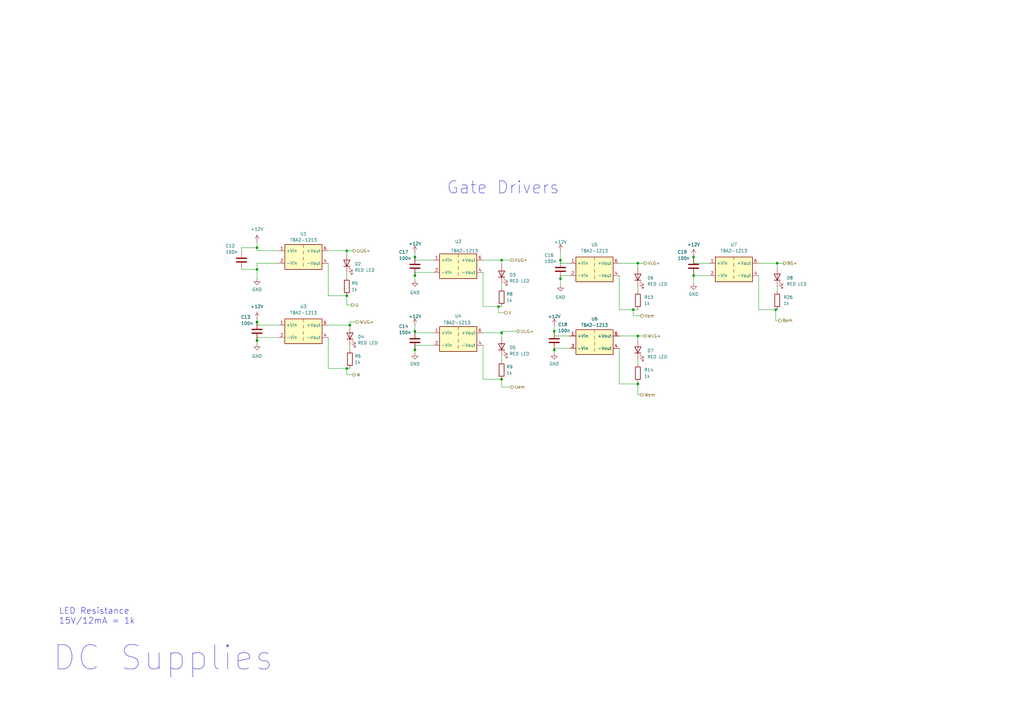
<source format=kicad_sch>
(kicad_sch (version 20231120) (generator "eeschema") (generator_version "8.0")
  (paper "A3")
  (title_block (title "GAVIM V4 TEST 137") (date "2024-06-25") (rev "00.00") (company "Nidec Drives"))
  (lib_symbols
    (symbol "Converter_DCDC:TBA2-1213"
      (property "Reference" "U" (at -6.35 6.35 0))
      (property "Value" "TBA2-1213" (at 2.54 6.35 0))
      (symbol "TBA2-1213_0_1"
        (rectangle (start -7.62 5.08) (end 7.62 -5.08) (stroke (width 0.254)) (fill (type background)))
        (polyline (pts (xy 0 -2.54) (xy 0 -3.81)))
        (polyline (pts (xy 0 0) (xy 0 -1.27)))
        (polyline (pts (xy 0 2.54) (xy 0 1.27)))
        (polyline (pts (xy 0 5.08) (xy 0 3.81)))
      )
      (symbol "TBA2-1213_1_1"
        (pin power_in line (at -10.16 2.54 0) (length 2.54) (name "+Vin") (number "1"))
        (pin power_in line (at -10.16 -2.54 0) (length 2.54) (name "-Vin") (number "2"))
        (pin power_out line (at 10.16 -2.54 180) (length 2.54) (name "-Vout") (number "4"))
        (pin power_out line (at 10.16 2.54 180) (length 2.54) (name "+Vout") (number "6"))
      )
    )
    (symbol "Device:C" (pin_numbers hide) (pin_names (offset 0.254))
      (property "Reference" "C" (at 0.635 2.54 0))
      (property "Value" "C" (at 0.635 -2.54 0))
      (symbol "C_0_1"
        (polyline (pts (xy -2.032 -0.762) (xy 2.032 -0.762)) (stroke (width 0.508)))
        (polyline (pts (xy -2.032 0.762) (xy 2.032 0.762)) (stroke (width 0.508)))
      )
      (symbol "C_1_1"
        (pin passive line (at 0 3.81 270) (length 2.794) (name "~") (number "1"))
        (pin passive line (at 0 -3.81 90) (length 2.794) (name "~") (number "2"))
      )
    )
    (symbol "Device:LED" (pin_numbers hide) (pin_names (offset 1.016) hide)
      (property "Reference" "D" (at 0 2.54 0))
      (property "Value" "LED" (at 0 -2.54 0))
      (symbol "LED_0_1"
        (polyline (pts (xy -1.27 -1.27) (xy -1.27 1.27)) (stroke (width 0.254)))
        (polyline (pts (xy -1.27 0) (xy 1.27 0)))
        (polyline (pts (xy 1.27 -1.27) (xy 1.27 1.27) (xy -1.27 0) (xy 1.27 -1.27)) (stroke (width 0.254)))
        (polyline (pts (xy -3.048 -0.762) (xy -4.572 -2.286) (xy -3.81 -2.286) (xy -4.572 -2.286) (xy -4.572 -1.524)))
        (polyline (pts (xy -1.778 -0.762) (xy -3.302 -2.286) (xy -2.54 -2.286) (xy -3.302 -2.286) (xy -3.302 -1.524)))
      )
      (symbol "LED_1_1"
        (pin passive line (at -3.81 0 0) (length 2.54) (name "K") (number "1"))
        (pin passive line (at 3.81 0 180) (length 2.54) (name "A") (number "2"))
      )
    )
    (symbol "Device:R" (pin_numbers hide) (pin_names (offset 0))
      (property "Reference" "R" (at 2.032 0 90))
      (property "Value" "R" (at 0 0 90))
      (symbol "R_0_1"
        (rectangle (start -1.016 -2.54) (end 1.016 2.54) (stroke (width 0.254)))
      )
      (symbol "R_1_1"
        (pin passive line (at 0 3.81 270) (length 1.27) (name "~") (number "1"))
        (pin passive line (at 0 -3.81 90) (length 1.27) (name "~") (number "2"))
      )
    )
    (symbol "power:+12V" (power) (pin_numbers hide) (pin_names (offset 0) hide)
      (property "Value" "+12V" (at 0 3.556 0))
      (symbol "+12V_0_1"
        (polyline (pts (xy -0.762 1.27) (xy 0 2.54)))
        (polyline (pts (xy 0 0) (xy 0 2.54)))
        (polyline (pts (xy 0 2.54) (xy 0.762 1.27)))
      )
      (symbol "+12V_1_1"
        (pin power_in line (at 0 0 90) (length 0) (name "~") (number "1"))
      )
    )
    (symbol "power:GND" (power) (pin_names (offset 0))
      (property "Value" "GND" (at 0 -3.81 0))
      (symbol "GND_0_1"
        (polyline (pts (xy 0 0) (xy 0 -1.27) (xy 1.27 -1.27) (xy 0 -2.54) (xy -1.27 -1.27) (xy 0 -1.27)))
      )
      (symbol "GND_1_1"
        (pin power_in line (at 0 0 270) (length 0) hide (name "GND") (number "1"))
      )
    )
  )
  (junction (at 261.62 107.95))
  (junction (at 170.18 135.89))
  (junction (at 284.48 105.41))
  (junction (at 105.41 101.6))
  (junction (at 105.41 139.7))
  (junction (at 142.24 102.87))
  (junction (at 205.74 106.68))
  (junction (at 105.41 110.49))
  (junction (at 227.33 135.89))
  (junction (at 170.18 143.51))
  (junction (at 205.74 155.575))
  (junction (at 170.18 113.03))
  (junction (at 259.715 127))
  (junction (at 227.33 143.51))
  (junction (at 170.18 105.41))
  (junction (at 205.74 136.525))
  (junction (at 318.77 107.95))
  (junction (at 261.62 157.48))
  (junction (at 204.47 125.73))
  (junction (at 143.51 133.35))
  (junction (at 229.87 114.3))
  (junction (at 284.48 113.03))
  (junction (at 142.24 121.285))
  (junction (at 105.41 132.08))
  (junction (at 142.24 151.13))
  (junction (at 261.62 137.795))
  (junction (at 318.135 127))
  (junction (at 229.87 106.68))
  (wire (pts (xy 229.87 106.68) (xy 229.87 102.87)))
  (wire (pts (xy 205.74 155.575) (xy 205.74 158.75)))
  (wire (pts (xy 318.77 127) (xy 318.135 127)))
  (wire (pts (xy 142.24 153.67) (xy 142.24 151.13)))
  (wire (pts (xy 177.8 106.68) (xy 170.18 106.68)))
  (wire (pts (xy 105.41 140.97) (xy 105.41 139.7)))
  (wire (pts (xy 143.51 133.35) (xy 143.51 132.08)))
  (wire (pts (xy 318.77 109.855) (xy 318.77 107.95)))
  (wire (pts (xy 105.41 99.06) (xy 105.41 101.6)))
  (wire (pts (xy 205.74 158.75) (xy 209.55 158.75)))
  (wire (pts (xy 105.41 102.87) (xy 114.3 102.87)))
  (wire (pts (xy 229.87 113.03) (xy 233.68 113.03)))
  (wire (pts (xy 318.77 119.38) (xy 318.77 117.475)))
  (wire (pts (xy 105.41 101.6) (xy 105.41 102.87)))
  (wire (pts (xy 143.51 143.51) (xy 143.51 141.605)))
  (wire (pts (xy 205.74 136.525) (xy 198.12 136.525)))
  (wire (pts (xy 227.33 142.875) (xy 233.68 142.875)))
  (wire (pts (xy 170.18 135.89) (xy 170.18 133.35)))
  (wire (pts (xy 205.74 135.89) (xy 205.74 136.525)))
  (wire (pts (xy 319.405 131.445) (xy 318.135 131.445)))
  (wire (pts (xy 254 157.48) (xy 261.62 157.48)))
  (wire (pts (xy 198.12 125.73) (xy 198.12 111.76)))
  (wire (pts (xy 229.87 116.84) (xy 229.87 114.3)))
  (wire (pts (xy 254 142.875) (xy 254 157.48)))
  (wire (pts (xy 261.62 157.48) (xy 261.62 161.925)))
  (wire (pts (xy 170.18 144.78) (xy 170.18 143.51)))
  (wire (pts (xy 261.62 127) (xy 259.715 127)))
  (wire (pts (xy 142.24 113.665) (xy 142.24 111.76)))
  (wire (pts (xy 259.715 127) (xy 254 127)))
  (wire (pts (xy 205.74 155.575) (xy 198.12 155.575)))
  (wire (pts (xy 170.18 143.51) (xy 170.18 141.605)))
  (wire (pts (xy 227.33 137.795) (xy 227.33 135.89)))
  (wire (pts (xy 261.62 139.7) (xy 261.62 137.795)))
  (wire (pts (xy 227.33 143.51) (xy 227.33 142.875)))
  (wire (pts (xy 284.48 107.95) (xy 284.48 105.41)))
  (wire (pts (xy 134.62 151.13) (xy 134.62 138.43)))
  (wire (pts (xy 204.47 125.73) (xy 198.12 125.73)))
  (wire (pts (xy 142.24 151.13) (xy 134.62 151.13)))
  (wire (pts (xy 233.68 137.795) (xy 227.33 137.795)))
  (wire (pts (xy 290.83 107.95) (xy 284.48 107.95)))
  (wire (pts (xy 105.41 107.95) (xy 114.3 107.95)))
  (wire (pts (xy 170.18 111.76) (xy 177.8 111.76)))
  (wire (pts (xy 284.48 116.205) (xy 284.48 113.03)))
  (wire (pts (xy 318.77 107.95) (xy 311.15 107.95)))
  (wire (pts (xy 318.135 127) (xy 311.15 127)))
  (wire (pts (xy 205.74 106.68) (xy 209.55 106.68)))
  (wire (pts (xy 170.18 141.605) (xy 177.8 141.605)))
  (wire (pts (xy 205.74 106.68) (xy 198.12 106.68)))
  (wire (pts (xy 142.24 104.14) (xy 142.24 102.87)))
  (wire (pts (xy 205.74 125.73) (xy 204.47 125.73)))
  (wire (pts (xy 105.41 138.43) (xy 114.3 138.43)))
  (wire (pts (xy 105.41 132.08) (xy 105.41 130.81)))
  (wire (pts (xy 227.33 135.89) (xy 227.33 133.35)))
  (wire (pts (xy 261.62 137.795) (xy 264.16 137.795)))
  (wire (pts (xy 205.74 147.955) (xy 205.74 146.05)))
  (wire (pts (xy 170.18 136.525) (xy 170.18 135.89)))
  (wire (pts (xy 261.62 119.38) (xy 261.62 117.475)))
  (wire (pts (xy 284.48 113.03) (xy 290.83 113.03)))
  (wire (pts (xy 144.145 125.095) (xy 142.24 125.095)))
  (wire (pts (xy 227.33 144.78) (xy 227.33 143.51)))
  (wire (pts (xy 261.62 149.225) (xy 261.62 147.32)))
  (wire (pts (xy 99.06 110.49) (xy 105.41 110.49)))
  (wire (pts (xy 204.47 128.27) (xy 207.01 128.27)))
  (wire (pts (xy 261.62 107.95) (xy 254 107.95)))
  (wire (pts (xy 261.62 137.795) (xy 254 137.795)))
  (wire (pts (xy 318.77 107.95) (xy 321.31 107.95)))
  (wire (pts (xy 205.74 118.11) (xy 205.74 116.205)))
  (wire (pts (xy 143.51 133.985) (xy 143.51 133.35)))
  (wire (pts (xy 170.18 105.41) (xy 170.18 103.505)))
  (wire (pts (xy 143.51 132.08) (xy 146.05 132.08)))
  (wire (pts (xy 142.24 102.87) (xy 134.62 102.87)))
  (wire (pts (xy 284.48 105.41) (xy 284.48 104.775)))
  (wire (pts (xy 198.12 155.575) (xy 198.12 141.605)))
  (wire (pts (xy 105.41 133.35) (xy 114.3 133.35)))
  (wire (pts (xy 142.24 102.87) (xy 144.78 102.87)))
  (wire (pts (xy 261.62 109.855) (xy 261.62 107.95)))
  (wire (pts (xy 170.18 106.68) (xy 170.18 105.41)))
  (wire (pts (xy 205.74 108.585) (xy 205.74 106.68)))
  (wire (pts (xy 311.15 127) (xy 311.15 113.03)))
  (wire (pts (xy 99.06 101.6) (xy 105.41 101.6)))
  (wire (pts (xy 262.89 161.925) (xy 261.62 161.925)))
  (wire (pts (xy 142.24 153.67) (xy 144.78 153.67)))
  (wire (pts (xy 229.87 114.3) (xy 229.87 113.03)))
  (wire (pts (xy 142.24 125.095) (xy 142.24 121.285)))
  (wire (pts (xy 259.715 129.54) (xy 262.89 129.54)))
  (wire (pts (xy 261.62 156.845) (xy 261.62 157.48)))
  (wire (pts (xy 318.135 131.445) (xy 318.135 127)))
  (wire (pts (xy 261.62 107.95) (xy 264.16 107.95)))
  (wire (pts (xy 259.715 129.54) (xy 259.715 127)))
  (wire (pts (xy 229.87 107.95) (xy 229.87 106.68)))
  (wire (pts (xy 142.24 121.285) (xy 134.62 121.285)))
  (wire (pts (xy 177.8 136.525) (xy 170.18 136.525)))
  (wire (pts (xy 105.41 133.35) (xy 105.41 132.08)))
  (wire (pts (xy 143.51 151.13) (xy 142.24 151.13)))
  (wire (pts (xy 105.41 107.95) (xy 105.41 110.49)))
  (wire (pts (xy 205.74 136.525) (xy 205.74 138.43)))
  (wire (pts (xy 233.68 107.95) (xy 229.87 107.95)))
  (wire (pts (xy 143.51 133.35) (xy 134.62 133.35)))
  (wire (pts (xy 105.41 139.7) (xy 105.41 138.43)))
  (wire (pts (xy 134.62 121.285) (xy 134.62 107.95)))
  (wire (pts (xy 170.18 114.935) (xy 170.18 113.03)))
  (wire (pts (xy 212.09 135.89) (xy 205.74 135.89)))
  (wire (pts (xy 105.41 114.3) (xy 105.41 110.49)))
  (wire (pts (xy 170.18 113.03) (xy 170.18 111.76)))
  (wire (pts (xy 254 127) (xy 254 113.03)))
  (wire (pts (xy 204.47 125.73) (xy 204.47 128.27)))
  (wire (pts (xy 99.06 101.6) (xy 99.06 102.87)))
  (text "LED Resistance\n15V/12mA = 1k" (at 24.13 252.73 0) (effects (font (size 2.5 2.5)) (justify left)))
  (text "Gate Drivers" (at 183.134 80.01 0) (effects (font (size 5 5)) (justify left bottom)))
  (text "DC Supplies" (at 21.336 275.844 0) (effects (font (size 10 10)) (justify left bottom)))
  (hierarchical_label "ULG+" (shape output) (at 212.09 135.89 0))
  (hierarchical_label "Bem" (shape output) (at 319.405 131.445 0))
  (hierarchical_label "V" (shape output) (at 207.01 128.27 0))
  (hierarchical_label "UUG+" (shape output) (at 144.78 102.87 0))
  (hierarchical_label "VLG+" (shape output) (at 264.16 107.95 0))
  (hierarchical_label "WLG+" (shape output) (at 264.16 137.795 0))
  (hierarchical_label "WUG+" (shape output) (at 146.05 132.08 0))
  (hierarchical_label "VUG+" (shape output) (at 209.55 106.68 0))
  (hierarchical_label "BG+" (shape output) (at 321.31 107.95 0))
  (hierarchical_label "Uem" (shape output) (at 209.55 158.75 0))
  (hierarchical_label "W" (shape output) (at 144.78 153.67 0))
  (hierarchical_label "U" (shape output) (at 144.145 125.095 0))
  (hierarchical_label "Wem" (shape output) (at 262.89 161.925 0))
  (hierarchical_label "Vem" (shape output) (at 262.89 129.54 0))
  (symbol (lib_id "power:+12V") (at 105.41 99.06 0) (unit 1)
    (property "Reference" "#PWR06" (effects (hide yes)))
    (property "Value" "+12V" (at 105.41 93.98 0))
    (property "Description" "Power symbol creates a global label with name \"+12V\"" (effects (hide yes)))
  )
  (symbol (lib_id "power:+12V") (at 105.41 130.81 0) (unit 1)
    (property "Reference" "#PWR08" (effects (hide yes)))
    (property "Value" "+12V" (at 105.41 125.73 0))
    (property "Description" "Power symbol creates a global label with name \"+12V\"" (effects (hide yes)))
  )
  (symbol (lib_id "Device:C") (at 284.48 109.22 0) (unit 1)
    (property "Reference" "C19" (at 277.876 103.378 0) (effects (justify left)))
    (property "Value" "100n" (at 277.876 105.918 0) (effects (justify left)))
    (property "Footprint" "Capacitor_SMD:C_0603_1608Metric_Pad1.08x0.95mm_HandSolder" (effects (hide yes)))
    (property "Description" "Unpolarized capacitor" (effects (hide yes)))
    (property "CT Part Number" "1425-6104" (effects (hide yes)))
  )
  (symbol (lib_id "Device:C") (at 227.33 139.7 0) (unit 1)
    (property "Reference" "C18" (at 228.854 133.096 0) (effects (justify left)))
    (property "Value" "100n" (at 228.854 135.636 0) (effects (justify left)))
    (property "Footprint" "Capacitor_SMD:C_0603_1608Metric_Pad1.08x0.95mm_HandSolder" (effects (hide yes)))
    (property "Description" "Unpolarized capacitor" (effects (hide yes)))
    (property "CT Part Number" "1425-6104" (effects (hide yes)))
  )
  (symbol (lib_id "Device:LED") (at 142.24 107.95 90) (unit 1)
    (property "Reference" "D2" (at 145.415 108.2675 90) (effects (justify right)))
    (property "Value" "RED LED" (at 145.415 110.8075 90) (effects (justify right)))
    (property "Footprint" "LED_THT:LED_D4.0mm" (effects (hide yes)))
    (property "CT Part Number" "N/A" (effects (hide yes)))
  )
  (symbol (lib_id "Device:C") (at 170.18 139.7 0) (unit 1)
    (property "Reference" "C14" (at 163.576 133.858 0) (effects (justify left)))
    (property "Value" "100n" (at 163.576 136.398 0) (effects (justify left)))
    (property "Footprint" "Capacitor_SMD:C_0603_1608Metric_Pad1.08x0.95mm_HandSolder" (effects (hide yes)))
    (property "Description" "Unpolarized capacitor" (effects (hide yes)))
    (property "CT Part Number" "1425-6104" (effects (hide yes)))
  )
  (symbol (lib_id "Converter_DCDC:TBA2-1213") (at 124.46 135.89 0) (unit 1)
    (property "Reference" "U3" (at 124.46 125.73 0))
    (property "Value" "TBA2-1213" (at 124.46 128.27 0))
    (property "Footprint" "Imported Parts:TBA21213" (effects (hide yes)))
    (property "Datasheet" "https://www.tracopower.com/products/tba2.pdf" (effects (hide yes)))
    (property "Description" "2W DC/DC converter unregulated, 10.8-13.2V input, 15V fixed output voltage, 130mA output, 1.5kVDC isolation, SIP-7" (effects (hide yes)))
    (property "CT Part Number" "3220-0530" (effects (hide yes)))
    (property "Link (Ext)" "https://www.mouser.co.uk/ProductDetail/TRACO-Power/TBA-2-1213?qs=byeeYqUIh0MnO2txlPZwMQ%3D%3D" (effects (hide yes)))
  )
  (symbol (lib_id "Device:LED") (at 143.51 137.795 90) (unit 1)
    (property "Reference" "D4" (at 146.685 138.1125 90) (effects (justify right)))
    (property "Value" "RED LED" (at 146.685 140.6525 90) (effects (justify right)))
    (property "Footprint" "LED_THT:LED_D4.0mm" (effects (hide yes)))
    (property "CT Part Number" "N/A" (effects (hide yes)))
  )
  (symbol (lib_id "Device:LED") (at 261.62 113.665 90) (unit 1)
    (property "Reference" "D6" (at 265.43 113.9825 90) (effects (justify right)))
    (property "Value" "RED LED" (at 265.43 116.5225 90) (effects (justify right)))
    (property "Footprint" "LED_THT:LED_D4.0mm" (effects (hide yes)))
    (property "CT Part Number" "N/A" (effects (hide yes)))
  )
  (symbol (lib_id "Device:C") (at 170.18 109.22 0) (unit 1)
    (property "Reference" "C17" (at 163.576 103.378 0) (effects (justify left)))
    (property "Value" "100n" (at 163.576 105.918 0) (effects (justify left)))
    (property "Footprint" "Capacitor_SMD:C_0603_1608Metric_Pad1.08x0.95mm_HandSolder" (effects (hide yes)))
    (property "Description" "Unpolarized capacitor" (effects (hide yes)))
    (property "CT Part Number" "1425-6104" (effects (hide yes)))
  )
  (symbol (lib_id "Converter_DCDC:TBA2-1213") (at 243.84 140.335 0) (unit 1)
    (property "Reference" "U6" (at 243.84 130.81 0))
    (property "Value" "TBA2-1213" (at 243.84 133.35 0))
    (property "Footprint" "Imported Parts:TBA21213" (effects (hide yes)))
    (property "Datasheet" "https://www.tracopower.com/products/tba2.pdf" (effects (hide yes)))
    (property "Description" "2W DC/DC converter unregulated, 10.8-13.2V input, 15V fixed output voltage, 130mA output, 1.5kVDC isolation, SIP-7" (effects (hide yes)))
    (property "CT Part Number" "3220-0530" (effects (hide yes)))
    (property "Link (Ext)" "https://www.mouser.co.uk/ProductDetail/TRACO-Power/TBA-2-1213?qs=byeeYqUIh0MnO2txlPZwMQ%3D%3D" (effects (hide yes)))
  )
  (symbol (lib_id "power:GND") (at 284.48 116.205 0) (unit 1)
    (property "Reference" "#PWR036" (effects (hide yes)))
    (property "Value" "GND" (at 284.48 120.65 0))
  )
  (symbol (lib_id "Device:R") (at 143.51 147.32 0) (unit 1)
    (property "Reference" "R6" (at 145.415 146.05 0) (effects (justify left)))
    (property "Value" "1k" (at 145.415 148.59 0) (effects (justify left)))
    (property "Footprint" "Resistor_SMD:R_0603_1608Metric_Pad0.98x0.95mm_HandSolder" (effects (hide yes)))
    (property "CT Part Number" "1127-4101" (effects (hide yes)))
  )
  (symbol (lib_id "Converter_DCDC:TBA2-1213") (at 187.96 109.22 0) (unit 1)
    (property "Reference" "U2" (at 187.96 99.06 0))
    (property "Value" "TBA2-1213" (at 190.5 102.87 0))
    (property "Footprint" "Imported Parts:TBA21213" (effects (hide yes)))
    (property "Datasheet" "https://www.tracopower.com/products/tba2.pdf" (effects (hide yes)))
    (property "Description" "2W DC/DC converter unregulated, 10.8-13.2V input, 15V fixed output voltage, 130mA output, 1.5kVDC isolation, SIP-7" (effects (hide yes)))
    (property "CT Part Number" "3220-0530" (effects (hide yes)))
    (property "Link (Ext)" "https://www.mouser.co.uk/ProductDetail/TRACO-Power/TBA-2-1213?qs=byeeYqUIh0MnO2txlPZwMQ%3D%3D" (effects (hide yes)))
  )
  (symbol (lib_id "Device:R") (at 142.24 117.475 0) (unit 1)
    (property "Reference" "R5" (at 144.145 116.205 0) (effects (justify left)))
    (property "Value" "1k" (at 144.145 118.745 0) (effects (justify left)))
    (property "Footprint" "Resistor_SMD:R_0603_1608Metric_Pad0.98x0.95mm_HandSolder" (effects (hide yes)))
    (property "CT Part Number" "1127-4101" (effects (hide yes)))
  )
  (symbol (lib_id "Device:R") (at 205.74 151.765 0) (unit 1)
    (property "Reference" "R9" (at 207.645 150.495 0) (effects (justify left)))
    (property "Value" "1k" (at 207.645 153.035 0) (effects (justify left)))
    (property "Footprint" "Resistor_SMD:R_0603_1608Metric_Pad0.98x0.95mm_HandSolder" (effects (hide yes)))
    (property "CT Part Number" "1127-4101" (effects (hide yes)))
  )
  (symbol (lib_id "power:GND") (at 170.18 144.78 0) (unit 1)
    (property "Reference" "#PWR016" (effects (hide yes)))
    (property "Value" "GND" (at 170.18 149.225 0))
  )
  (symbol (lib_id "power:GND") (at 105.41 114.3 0) (unit 1)
    (property "Reference" "#PWR07" (effects (hide yes)))
    (property "Value" "GND" (at 105.41 118.745 0))
  )
  (symbol (lib_id "Device:LED") (at 205.74 112.395 90) (unit 1)
    (property "Reference" "D3" (at 208.915 112.7125 90) (effects (justify right)))
    (property "Value" "RED LED" (at 208.915 115.2525 90) (effects (justify right)))
    (property "Footprint" "LED_THT:LED_D4.0mm" (effects (hide yes)))
    (property "CT Part Number" "N/A" (effects (hide yes)))
  )
  (symbol (lib_id "Converter_DCDC:TBA2-1213") (at 124.46 105.41 0) (unit 1)
    (property "Reference" "U1" (at 124.46 95.885 0))
    (property "Value" "TBA2-1213" (at 124.46 98.425 0))
    (property "Footprint" "Imported Parts:TBA21213" (effects (hide yes)))
    (property "Datasheet" "https://www.tracopower.com/products/tba2.pdf" (effects (hide yes)))
    (property "Description" "2W DC/DC converter unregulated, 10.8-13.2V input, 15V fixed output voltage, 130mA output, 1.5kVDC isolation, SIP-7" (effects (hide yes)))
    (property "CT Part Number" "3220-0530" (effects (hide yes)))
    (property "Link (Ext)" "https://www.mouser.co.uk/ProductDetail/TRACO-Power/TBA-2-1213?qs=byeeYqUIh0MnO2txlPZwMQ%3D%3D" (effects (hide yes)))
  )
  (symbol (lib_id "power:GND") (at 227.33 144.78 0) (unit 1)
    (property "Reference" "#PWR023" (effects (hide yes)))
    (property "Value" "GND" (at 227.33 149.225 0))
  )
  (symbol (lib_id "power:GND") (at 105.41 140.97 0) (unit 1)
    (property "Reference" "#PWR09" (effects (hide yes)))
    (property "Value" "GND" (at 105.41 146.05 0))
  )
  (symbol (lib_id "Converter_DCDC:TBA2-1213") (at 187.96 139.065 0) (unit 1)
    (property "Reference" "U4" (at 187.96 129.54 0))
    (property "Value" "TBA2-1213" (at 187.452 132.334 0))
    (property "Footprint" "Imported Parts:TBA21213" (effects (hide yes)))
    (property "Datasheet" "https://www.tracopower.com/products/tba2.pdf" (effects (hide yes)))
    (property "Description" "2W DC/DC converter unregulated, 10.8-13.2V input, 15V fixed output voltage, 130mA output, 1.5kVDC isolation, SIP-7" (effects (hide yes)))
    (property "CT Part Number" "3220-0530" (effects (hide yes)))
    (property "Link (Ext)" "https://www.mouser.co.uk/ProductDetail/TRACO-Power/TBA-2-1213?qs=byeeYqUIh0MnO2txlPZwMQ%3D%3D" (effects (hide yes)))
  )
  (symbol (lib_id "power:+12V") (at 170.18 133.35 0) (unit 1)
    (property "Reference" "#PWR015" (effects (hide yes)))
    (property "Value" "+12V" (at 170.18 129.794 0))
    (property "Description" "Power symbol creates a global label with name \"+12V\"" (effects (hide yes)))
  )
  (symbol (lib_id "power:+12V") (at 227.33 133.35 0) (unit 1)
    (property "Reference" "#PWR022" (effects (hide yes)))
    (property "Value" "+12V" (at 227.33 129.794 0))
    (property "Description" "Power symbol creates a global label with name \"+12V\"" (effects (hide yes)))
  )
  (symbol (lib_id "power:GND") (at 170.18 114.935 0) (unit 1)
    (property "Reference" "#PWR014" (effects (hide yes)))
    (property "Value" "GND" (at 170.18 120.015 0))
  )
  (symbol (lib_id "power:+12V") (at 284.48 104.775 0) (unit 1)
    (property "Reference" "#PWR034" (effects (hide yes)))
    (property "Value" "+12V" (at 284.48 100.33 0))
    (property "Description" "Power symbol creates a global label with name \"+12V\"" (effects (hide yes)))
  )
  (symbol (lib_id "Device:R") (at 318.77 123.19 0) (unit 1)
    (property "Reference" "R26" (at 321.31 121.92 0) (effects (justify left)))
    (property "Value" "1k" (at 321.31 124.46 0) (effects (justify left)))
    (property "Footprint" "Resistor_SMD:R_0603_1608Metric_Pad0.98x0.95mm_HandSolder" (effects (hide yes)))
    (property "CT Part Number" "1127-4101" (effects (hide yes)))
  )
  (symbol (lib_id "power:GND") (at 229.87 116.84 0) (unit 1)
    (property "Reference" "#PWR021" (effects (hide yes)))
    (property "Value" "GND" (at 229.87 121.92 0))
  )
  (symbol (lib_id "Converter_DCDC:TBA2-1213") (at 243.84 110.49 0) (unit 1)
    (property "Reference" "U5" (at 243.84 100.33 0))
    (property "Value" "TBA2-1213" (at 243.84 102.87 0))
    (property "Footprint" "Imported Parts:TBA21213" (effects (hide yes)))
    (property "Datasheet" "https://www.tracopower.com/products/tba2.pdf" (effects (hide yes)))
    (property "Description" "2W DC/DC converter unregulated, 10.8-13.2V input, 15V fixed output voltage, 130mA output, 1.5kVDC isolation, SIP-7" (effects (hide yes)))
    (property "CT Part Number" "3220-0530" (effects (hide yes)))
    (property "Link (Ext)" "https://www.mouser.co.uk/ProductDetail/TRACO-Power/TBA-2-1213?qs=byeeYqUIh0MnO2txlPZwMQ%3D%3D" (effects (hide yes)))
  )
  (symbol (lib_id "Device:LED") (at 261.62 143.51 90) (unit 1)
    (property "Reference" "D7" (at 265.43 143.8275 90) (effects (justify right)))
    (property "Value" "RED LED" (at 265.43 146.3675 90) (effects (justify right)))
    (property "Footprint" "LED_THT:LED_D4.0mm" (effects (hide yes)))
    (property "CT Part Number" "N/A" (effects (hide yes)))
  )
  (symbol (lib_id "Device:LED") (at 318.77 113.665 90) (unit 1)
    (property "Reference" "D8" (at 322.58 113.9825 90) (effects (justify right)))
    (property "Value" "RED LED" (at 322.58 116.5225 90) (effects (justify right)))
    (property "Footprint" "LED_THT:LED_D4.0mm" (effects (hide yes)))
    (property "CT Part Number" "N/A" (effects (hide yes)))
  )
  (symbol (lib_id "Device:R") (at 261.62 123.19 0) (unit 1)
    (property "Reference" "R13" (at 264.16 121.92 0) (effects (justify left)))
    (property "Value" "1k" (at 264.16 124.46 0) (effects (justify left)))
    (property "Footprint" "Resistor_SMD:R_0603_1608Metric_Pad0.98x0.95mm_HandSolder" (effects (hide yes)))
    (property "CT Part Number" "1127-4101" (effects (hide yes)))
  )
  (symbol (lib_id "Converter_DCDC:TBA2-1213") (at 300.99 110.49 0) (unit 1)
    (property "Reference" "U7" (at 300.99 100.33 0))
    (property "Value" "TBA2-1213" (at 300.99 102.87 0))
    (property "Footprint" "Imported Parts:TBA21213" (effects (hide yes)))
    (property "Datasheet" "https://www.tracopower.com/products/tba2.pdf" (effects (hide yes)))
    (property "Description" "2W DC/DC converter unregulated, 10.8-13.2V input, 15V fixed output voltage, 130mA output, 1.5kVDC isolation, SIP-7" (effects (hide yes)))
    (property "CT Part Number" "3220-0530" (effects (hide yes)))
    (property "Link (Ext)" "https://www.mouser.co.uk/ProductDetail/TRACO-Power/TBA-2-1213?qs=byeeYqUIh0MnO2txlPZwMQ%3D%3D" (effects (hide yes)))
  )
  (symbol (lib_id "Device:C") (at 105.41 135.89 0) (unit 1)
    (property "Reference" "C13" (at 98.806 130.048 0) (effects (justify left)))
    (property "Value" "100n" (at 98.806 132.588 0) (effects (justify left)))
    (property "Footprint" "Capacitor_SMD:C_0603_1608Metric_Pad1.08x0.95mm_HandSolder" (effects (hide yes)))
    (property "Description" "Unpolarized capacitor" (effects (hide yes)))
    (property "CT Part Number" "1425-6104" (effects (hide yes)))
  )
  (symbol (lib_id "Device:C") (at 99.06 106.68 0) (unit 1)
    (property "Reference" "C12" (at 92.456 100.838 0) (effects (justify left)))
    (property "Value" "100n" (at 92.456 103.378 0) (effects (justify left)))
    (property "Footprint" "Capacitor_SMD:C_0603_1608Metric_Pad1.08x0.95mm_HandSolder" (effects (hide yes)))
    (property "Description" "Unpolarized capacitor" (effects (hide yes)))
    (property "CT Part Number" "1425-6104" (effects (hide yes)))
  )
  (symbol (lib_id "power:+12V") (at 229.87 102.87 0) (unit 1)
    (property "Reference" "#PWR020" (effects (hide yes)))
    (property "Value" "+12V" (at 229.87 99.314 0))
    (property "Description" "Power symbol creates a global label with name \"+12V\"" (effects (hide yes)))
  )
  (symbol (lib_id "Device:R") (at 261.62 153.035 0) (unit 1)
    (property "Reference" "R14" (at 264.16 151.765 0) (effects (justify left)))
    (property "Value" "1k" (at 264.16 154.305 0) (effects (justify left)))
    (property "Footprint" "Resistor_SMD:R_0603_1608Metric_Pad0.98x0.95mm_HandSolder" (effects (hide yes)))
    (property "CT Part Number" "1127-4101" (effects (hide yes)))
  )
  (symbol (lib_id "Device:R") (at 205.74 121.92 0) (unit 1)
    (property "Reference" "R8" (at 207.645 120.65 0) (effects (justify left)))
    (property "Value" "1k" (at 207.645 123.19 0) (effects (justify left)))
    (property "Footprint" "Resistor_SMD:R_0603_1608Metric_Pad0.98x0.95mm_HandSolder" (effects (hide yes)))
    (property "CT Part Number" "1127-4101" (effects (hide yes)))
  )
  (symbol (lib_id "power:+12V") (at 170.18 103.505 0) (unit 1)
    (property "Reference" "#PWR013" (effects (hide yes)))
    (property "Value" "+12V" (at 170.18 99.949 0))
    (property "Description" "Power symbol creates a global label with name \"+12V\"" (effects (hide yes)))
  )
  (symbol (lib_id "Device:C") (at 229.87 110.49 0) (unit 1)
    (property "Reference" "C16" (at 223.266 104.648 0) (effects (justify left)))
    (property "Value" "100n" (at 223.266 107.188 0) (effects (justify left)))
    (property "Footprint" "Capacitor_SMD:C_0603_1608Metric_Pad1.08x0.95mm_HandSolder" (effects (hide yes)))
    (property "Description" "Unpolarized capacitor" (effects (hide yes)))
    (property "CT Part Number" "1425-6104" (effects (hide yes)))
  )
  (symbol (lib_id "Device:LED") (at 205.74 142.24 90) (unit 1)
    (property "Reference" "D5" (at 208.915 142.5575 90) (effects (justify right)))
    (property "Value" "RED LED" (at 208.915 145.0975 90) (effects (justify right)))
    (property "Footprint" "LED_THT:LED_D4.0mm" (effects (hide yes)))
    (property "CT Part Number" "N/A" (effects (hide yes)))
  )
)
</source>
